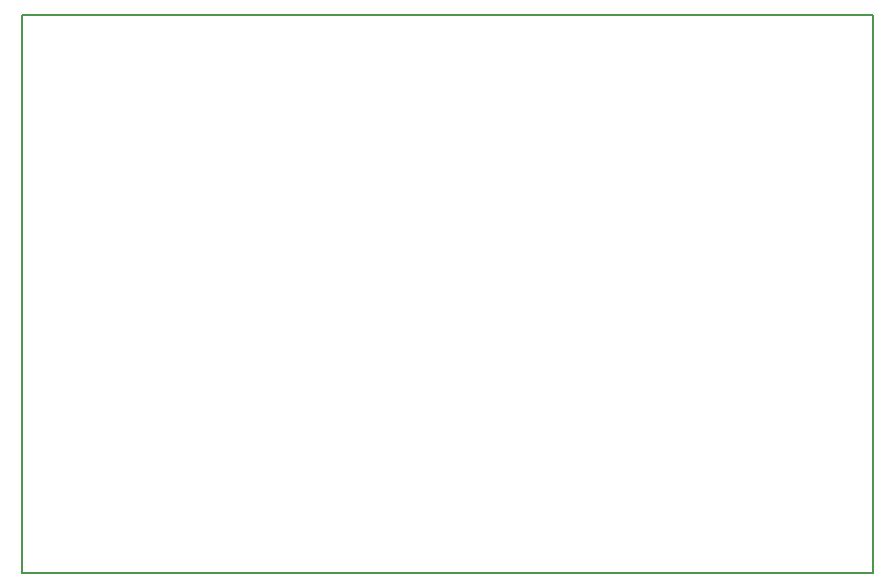
<source format=gm1>
G04 #@! TF.GenerationSoftware,KiCad,Pcbnew,6.0.0-d3dd2cf0fa~116~ubuntu20.04.1*
G04 #@! TF.CreationDate,2021-12-31T14:11:42+00:00*
G04 #@! TF.ProjectId,multicart,6d756c74-6963-4617-9274-2e6b69636164,V0.1*
G04 #@! TF.SameCoordinates,Original*
G04 #@! TF.FileFunction,Profile,NP*
%FSLAX46Y46*%
G04 Gerber Fmt 4.6, Leading zero omitted, Abs format (unit mm)*
G04 Created by KiCad (PCBNEW 6.0.0-d3dd2cf0fa~116~ubuntu20.04.1) date 2021-12-31 14:11:42*
%MOMM*%
%LPD*%
G01*
G04 APERTURE LIST*
G04 #@! TA.AperFunction,Profile*
%ADD10C,0.150000*%
G04 #@! TD*
G04 APERTURE END LIST*
D10*
X136017000Y-44450000D02*
X64008000Y-44450000D01*
X64008000Y-44450000D02*
X64008000Y-91694000D01*
X64008000Y-91694000D02*
X136017000Y-91694000D01*
X136017000Y-91694000D02*
X136017000Y-44450000D01*
M02*

</source>
